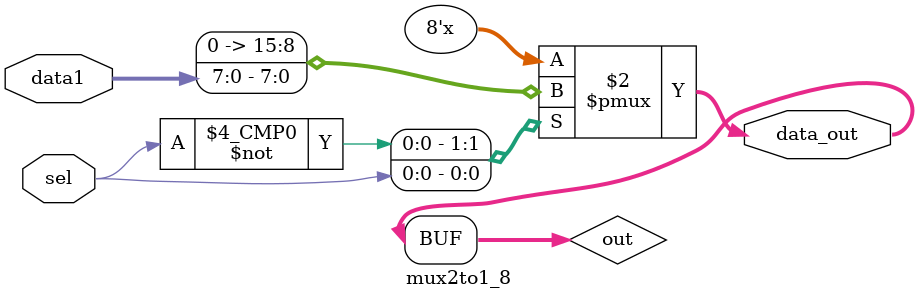
<source format=v>
`timescale 1ns / 1ps
module mux2to1_8(
		input [7:0] data1,
		input sel,
		output [7:0] data_out
    );
		
		reg [7:0] out;
		assign data_out =  out;
		
		always @(*)
		begin
			case(sel)
				1'b0:out = 8'b00000000;
				1'b1:out = data1;
			endcase
		end


endmodule

</source>
